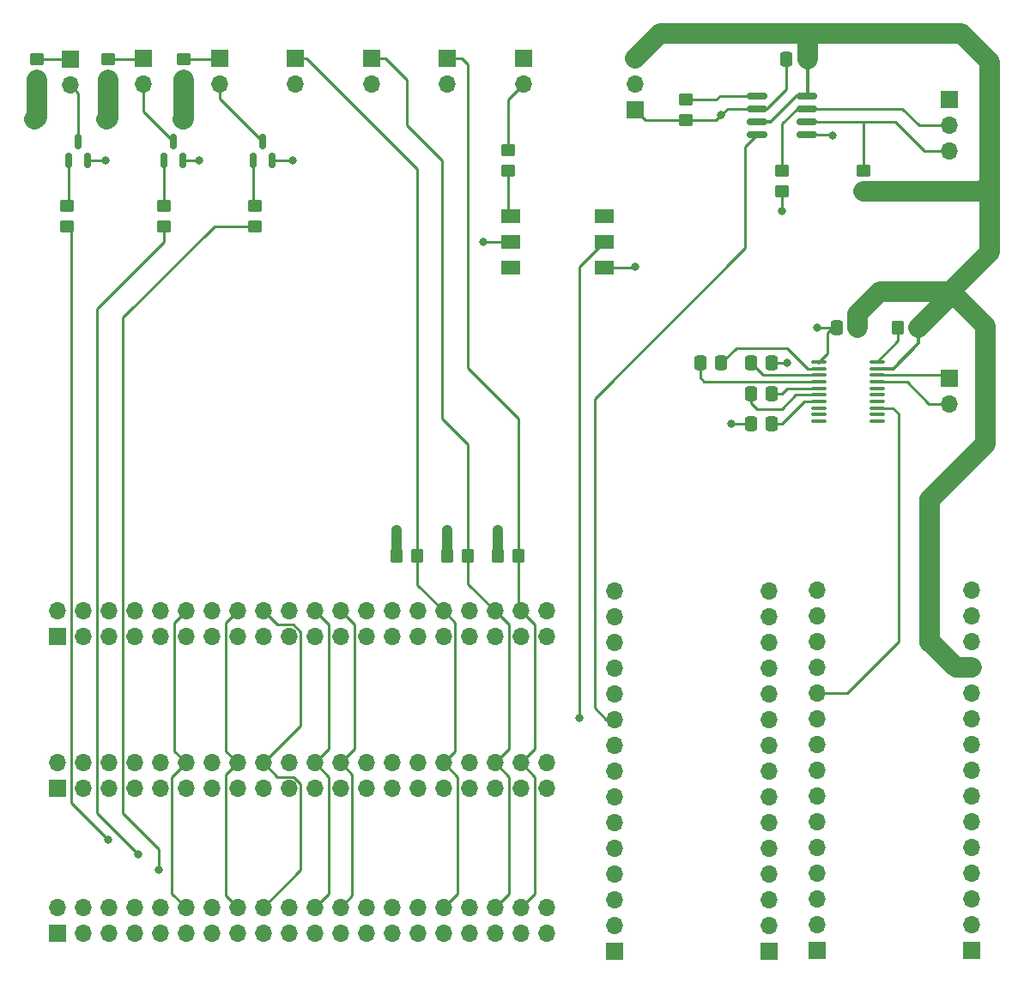
<source format=gtl>
%TF.GenerationSoftware,KiCad,Pcbnew,(5.99.0-11144-gea0c162604)*%
%TF.CreationDate,2021-09-15T06:49:40-05:00*%
%TF.ProjectId,The-Force-V2,5468652d-466f-4726-9365-2d56322e6b69,rev?*%
%TF.SameCoordinates,Original*%
%TF.FileFunction,Copper,L1,Top*%
%TF.FilePolarity,Positive*%
%FSLAX46Y46*%
G04 Gerber Fmt 4.6, Leading zero omitted, Abs format (unit mm)*
G04 Created by KiCad (PCBNEW (5.99.0-11144-gea0c162604)) date 2021-09-15 06:49:40*
%MOMM*%
%LPD*%
G01*
G04 APERTURE LIST*
G04 Aperture macros list*
%AMRoundRect*
0 Rectangle with rounded corners*
0 $1 Rounding radius*
0 $2 $3 $4 $5 $6 $7 $8 $9 X,Y pos of 4 corners*
0 Add a 4 corners polygon primitive as box body*
4,1,4,$2,$3,$4,$5,$6,$7,$8,$9,$2,$3,0*
0 Add four circle primitives for the rounded corners*
1,1,$1+$1,$2,$3*
1,1,$1+$1,$4,$5*
1,1,$1+$1,$6,$7*
1,1,$1+$1,$8,$9*
0 Add four rect primitives between the rounded corners*
20,1,$1+$1,$2,$3,$4,$5,0*
20,1,$1+$1,$4,$5,$6,$7,0*
20,1,$1+$1,$6,$7,$8,$9,0*
20,1,$1+$1,$8,$9,$2,$3,0*%
G04 Aperture macros list end*
%TA.AperFunction,SMDPad,CuDef*%
%ADD10RoundRect,0.250000X0.450000X-0.350000X0.450000X0.350000X-0.450000X0.350000X-0.450000X-0.350000X0*%
%TD*%
%TA.AperFunction,ComponentPad*%
%ADD11R,1.700000X1.700000*%
%TD*%
%TA.AperFunction,ComponentPad*%
%ADD12O,1.700000X1.700000*%
%TD*%
%TA.AperFunction,SMDPad,CuDef*%
%ADD13RoundRect,0.250000X-0.337500X-0.475000X0.337500X-0.475000X0.337500X0.475000X-0.337500X0.475000X0*%
%TD*%
%TA.AperFunction,SMDPad,CuDef*%
%ADD14RoundRect,0.250000X-0.450000X0.350000X-0.450000X-0.350000X0.450000X-0.350000X0.450000X0.350000X0*%
%TD*%
%TA.AperFunction,SMDPad,CuDef*%
%ADD15RoundRect,0.250000X0.337500X0.475000X-0.337500X0.475000X-0.337500X-0.475000X0.337500X-0.475000X0*%
%TD*%
%TA.AperFunction,SMDPad,CuDef*%
%ADD16RoundRect,0.250000X-0.350000X-0.450000X0.350000X-0.450000X0.350000X0.450000X-0.350000X0.450000X0*%
%TD*%
%TA.AperFunction,SMDPad,CuDef*%
%ADD17RoundRect,0.100000X-0.637500X-0.100000X0.637500X-0.100000X0.637500X0.100000X-0.637500X0.100000X0*%
%TD*%
%TA.AperFunction,SMDPad,CuDef*%
%ADD18RoundRect,0.250000X0.350000X0.450000X-0.350000X0.450000X-0.350000X-0.450000X0.350000X-0.450000X0*%
%TD*%
%TA.AperFunction,SMDPad,CuDef*%
%ADD19RoundRect,0.150000X0.150000X-0.587500X0.150000X0.587500X-0.150000X0.587500X-0.150000X-0.587500X0*%
%TD*%
%TA.AperFunction,SMDPad,CuDef*%
%ADD20RoundRect,0.150000X-0.825000X-0.150000X0.825000X-0.150000X0.825000X0.150000X-0.825000X0.150000X0*%
%TD*%
%TA.AperFunction,SMDPad,CuDef*%
%ADD21R,1.944599X1.345400*%
%TD*%
%TA.AperFunction,ViaPad*%
%ADD22C,0.800000*%
%TD*%
%TA.AperFunction,Conductor*%
%ADD23C,0.250000*%
%TD*%
%TA.AperFunction,Conductor*%
%ADD24C,2.000000*%
%TD*%
%TA.AperFunction,Conductor*%
%ADD25C,0.300000*%
%TD*%
%TA.AperFunction,Conductor*%
%ADD26C,1.000000*%
%TD*%
G04 APERTURE END LIST*
D10*
%TO.P,R5,1*%
%TO.N,+5V*%
X117500000Y-57000000D03*
%TO.P,R5,2*%
%TO.N,Net-(J13-Pad1)*%
X117500000Y-55000000D03*
%TD*%
D11*
%TO.P,J10,1,Pin_1*%
%TO.N,GND*%
X162000000Y-60000000D03*
D12*
%TO.P,J10,2,Pin_2*%
%TO.N,+12V*%
X162000000Y-57460000D03*
%TO.P,J10,3,Pin_3*%
%TO.N,+5V*%
X162000000Y-54920000D03*
%TD*%
D11*
%TO.P,J17,1,Pin_1*%
%TO.N,unconnected-(J17-Pad1)*%
X180000000Y-143000000D03*
D12*
%TO.P,J17,2,Pin_2*%
%TO.N,unconnected-(J17-Pad2)*%
X180000000Y-140460000D03*
%TO.P,J17,3,Pin_3*%
%TO.N,COMM_BIT_4*%
X180000000Y-137920000D03*
%TO.P,J17,4,Pin_4*%
%TO.N,COMM_BIT_3*%
X180000000Y-135380000D03*
%TO.P,J17,5,Pin_5*%
%TO.N,COMM_BIT_2*%
X180000000Y-132840000D03*
%TO.P,J17,6,Pin_6*%
%TO.N,COMM_BIT_1*%
X180000000Y-130300000D03*
%TO.P,J17,7,Pin_7*%
%TO.N,COMM_BIT_0*%
X180000000Y-127760000D03*
%TO.P,J17,8,Pin_8*%
%TO.N,unconnected-(J17-Pad8)*%
X180000000Y-125220000D03*
%TO.P,J17,9,Pin_9*%
%TO.N,unconnected-(J17-Pad9)*%
X180000000Y-122680000D03*
%TO.P,J17,10,Pin_10*%
%TO.N,DMX_DATA*%
X180000000Y-120140000D03*
%TO.P,J17,11,Pin_11*%
%TO.N,RS_232_DATA*%
X180000000Y-117600000D03*
%TO.P,J17,12,Pin_12*%
%TO.N,GND*%
X180000000Y-115060000D03*
%TO.P,J17,13,Pin_13*%
%TO.N,unconnected-(J17-Pad13)*%
X180000000Y-112520000D03*
%TO.P,J17,14,Pin_14*%
%TO.N,unconnected-(J17-Pad14)*%
X180000000Y-109980000D03*
%TO.P,J17,15,Pin_15*%
%TO.N,unconnected-(J17-Pad15)*%
X180000000Y-107440000D03*
%TD*%
D11*
%TO.P,J16,1,Pin_1*%
%TO.N,unconnected-(J16-Pad1)*%
X175240000Y-143020000D03*
D12*
%TO.P,J16,2,Pin_2*%
%TO.N,unconnected-(J16-Pad2)*%
X175240000Y-140480000D03*
%TO.P,J16,3,Pin_3*%
%TO.N,unconnected-(J16-Pad3)*%
X175240000Y-137940000D03*
%TO.P,J16,4,Pin_4*%
%TO.N,unconnected-(J16-Pad4)*%
X175240000Y-135400000D03*
%TO.P,J16,5,Pin_5*%
%TO.N,unconnected-(J16-Pad5)*%
X175240000Y-132860000D03*
%TO.P,J16,6,Pin_6*%
%TO.N,unconnected-(J16-Pad6)*%
X175240000Y-130320000D03*
%TO.P,J16,7,Pin_7*%
%TO.N,unconnected-(J16-Pad7)*%
X175240000Y-127780000D03*
%TO.P,J16,8,Pin_8*%
%TO.N,unconnected-(J16-Pad8)*%
X175240000Y-125240000D03*
%TO.P,J16,9,Pin_9*%
%TO.N,unconnected-(J16-Pad9)*%
X175240000Y-122700000D03*
%TO.P,J16,10,Pin_10*%
%TO.N,unconnected-(J16-Pad10)*%
X175240000Y-120160000D03*
%TO.P,J16,11,Pin_11*%
%TO.N,unconnected-(J16-Pad11)*%
X175240000Y-117620000D03*
%TO.P,J16,12,Pin_12*%
%TO.N,+5V*%
X175240000Y-115080000D03*
%TO.P,J16,13,Pin_13*%
%TO.N,unconnected-(J16-Pad13)*%
X175240000Y-112540000D03*
%TO.P,J16,14,Pin_14*%
%TO.N,GND*%
X175240000Y-110000000D03*
%TO.P,J16,15,Pin_15*%
%TO.N,unconnected-(J16-Pad15)*%
X175240000Y-107460000D03*
%TD*%
D13*
%TO.P,C1,1*%
%TO.N,GND*%
X176925000Y-55000000D03*
%TO.P,C1,2*%
%TO.N,+5V*%
X179000000Y-55000000D03*
%TD*%
D14*
%TO.P,R11,1*%
%TO.N,Net-(R11-Pad1)*%
X167000000Y-59000000D03*
%TO.P,R11,2*%
%TO.N,GND*%
X167000000Y-61000000D03*
%TD*%
D10*
%TO.P,R2,1*%
%TO.N,LED_ON*%
X106000000Y-71500000D03*
%TO.P,R2,2*%
%TO.N,Net-(Q1-Pad1)*%
X106000000Y-69500000D03*
%TD*%
D11*
%TO.P,J2,1,Pin_1*%
%TO.N,+3V3*%
X105000000Y-127000000D03*
D12*
%TO.P,J2,2,Pin_2*%
%TO.N,+5V*%
X105000000Y-124460000D03*
%TO.P,J2,3,Pin_3*%
%TO.N,unconnected-(J2-Pad3)*%
X107540000Y-127000000D03*
%TO.P,J2,4,Pin_4*%
%TO.N,+5V*%
X107540000Y-124460000D03*
%TO.P,J2,5,Pin_5*%
%TO.N,unconnected-(J2-Pad5)*%
X110080000Y-127000000D03*
%TO.P,J2,6,Pin_6*%
%TO.N,GND*%
X110080000Y-124460000D03*
%TO.P,J2,7,Pin_7*%
%TO.N,unconnected-(J2-Pad7)*%
X112620000Y-127000000D03*
%TO.P,J2,8,Pin_8*%
%TO.N,unconnected-(J2-Pad8)*%
X112620000Y-124460000D03*
%TO.P,J2,9,Pin_9*%
%TO.N,GND*%
X115160000Y-127000000D03*
%TO.P,J2,10,Pin_10*%
%TO.N,unconnected-(J2-Pad10)*%
X115160000Y-124460000D03*
%TO.P,J2,11,Pin_11*%
%TO.N,LED_ON*%
X117700000Y-127000000D03*
%TO.P,J2,12,Pin_12*%
%TO.N,COMM_BIT_0*%
X117700000Y-124460000D03*
%TO.P,J2,13,Pin_13*%
%TO.N,LED_PLAYING*%
X120240000Y-127000000D03*
%TO.P,J2,14,Pin_14*%
%TO.N,GND*%
X120240000Y-124460000D03*
%TO.P,J2,15,Pin_15*%
%TO.N,LED_MUTE*%
X122780000Y-127000000D03*
%TO.P,J2,16,Pin_16*%
%TO.N,COMM_BIT_1*%
X122780000Y-124460000D03*
%TO.P,J2,17,Pin_17*%
%TO.N,+3V3*%
X125320000Y-127000000D03*
%TO.P,J2,18,Pin_18*%
%TO.N,COMM_BIT_2*%
X125320000Y-124460000D03*
%TO.P,J2,19,Pin_19*%
%TO.N,unconnected-(J2-Pad19)*%
X127860000Y-127000000D03*
%TO.P,J2,20,Pin_20*%
%TO.N,GND*%
X127860000Y-124460000D03*
%TO.P,J2,21,Pin_21*%
%TO.N,unconnected-(J2-Pad21)*%
X130400000Y-127000000D03*
%TO.P,J2,22,Pin_22*%
%TO.N,COMM_BIT_3*%
X130400000Y-124460000D03*
%TO.P,J2,23,Pin_23*%
%TO.N,unconnected-(J2-Pad23)*%
X132940000Y-127000000D03*
%TO.P,J2,24,Pin_24*%
%TO.N,COMM_BIT_4*%
X132940000Y-124460000D03*
%TO.P,J2,25,Pin_25*%
%TO.N,GND*%
X135480000Y-127000000D03*
%TO.P,J2,26,Pin_26*%
%TO.N,unconnected-(J2-Pad26)*%
X135480000Y-124460000D03*
%TO.P,J2,27,Pin_27*%
%TO.N,unconnected-(J2-Pad27)*%
X138020000Y-127000000D03*
%TO.P,J2,28,Pin_28*%
%TO.N,unconnected-(J2-Pad28)*%
X138020000Y-124460000D03*
%TO.P,J2,29,Pin_29*%
%TO.N,unconnected-(J2-Pad29)*%
X140560000Y-127000000D03*
%TO.P,J2,30,Pin_30*%
%TO.N,GND*%
X140560000Y-124460000D03*
%TO.P,J2,31,Pin_31*%
X143100000Y-127000000D03*
%TO.P,J2,32,Pin_32*%
%TO.N,REBOOT*%
X143100000Y-124460000D03*
%TO.P,J2,33,Pin_33*%
%TO.N,unconnected-(J2-Pad33)*%
X145640000Y-127000000D03*
%TO.P,J2,34,Pin_34*%
%TO.N,GND*%
X145640000Y-124460000D03*
%TO.P,J2,35,Pin_35*%
%TO.N,unconnected-(J2-Pad35)*%
X148180000Y-127000000D03*
%TO.P,J2,36,Pin_36*%
%TO.N,SHUTDOWN*%
X148180000Y-124460000D03*
%TO.P,J2,37,Pin_37*%
%TO.N,START_BUTTON*%
X150720000Y-127000000D03*
%TO.P,J2,38,Pin_38*%
%TO.N,MUTE*%
X150720000Y-124460000D03*
%TO.P,J2,39,Pin_39*%
%TO.N,GND*%
X153260000Y-127000000D03*
%TO.P,J2,40,Pin_40*%
%TO.N,unconnected-(J2-Pad40)*%
X153260000Y-124460000D03*
%TD*%
D13*
%TO.P,C6,1*%
%TO.N,GND*%
X181900000Y-81500000D03*
%TO.P,C6,2*%
%TO.N,+5V*%
X183975000Y-81500000D03*
%TD*%
D11*
%TO.P,J8,1,Pin_1*%
%TO.N,SHUTDOWN*%
X136000000Y-54920000D03*
D12*
%TO.P,J8,2,Pin_2*%
%TO.N,GND*%
X136000000Y-57460000D03*
%TD*%
D10*
%TO.P,R3,1*%
%TO.N,+5V*%
X110000000Y-57000000D03*
%TO.P,R3,2*%
%TO.N,Net-(J12-Pad1)*%
X110000000Y-55000000D03*
%TD*%
%TO.P,R6,1*%
%TO.N,LED_MUTE*%
X124500000Y-71500000D03*
%TO.P,R6,2*%
%TO.N,Net-(Q3-Pad1)*%
X124500000Y-69500000D03*
%TD*%
D15*
%TO.P,C5,1*%
%TO.N,GND*%
X175500000Y-85000000D03*
%TO.P,C5,2*%
%TO.N,/DMX_RS232/V+*%
X173425000Y-85000000D03*
%TD*%
D16*
%TO.P,R9,1*%
%TO.N,+3V3*%
X143500000Y-104000000D03*
%TO.P,R9,2*%
%TO.N,SHUTDOWN*%
X145500000Y-104000000D03*
%TD*%
D11*
%TO.P,J3,1,Pin_1*%
%TO.N,+3V3*%
X105000000Y-112000000D03*
D12*
%TO.P,J3,2,Pin_2*%
%TO.N,+5V*%
X105000000Y-109460000D03*
%TO.P,J3,3,Pin_3*%
%TO.N,unconnected-(J3-Pad3)*%
X107540000Y-112000000D03*
%TO.P,J3,4,Pin_4*%
%TO.N,+5V*%
X107540000Y-109460000D03*
%TO.P,J3,5,Pin_5*%
%TO.N,unconnected-(J3-Pad5)*%
X110080000Y-112000000D03*
%TO.P,J3,6,Pin_6*%
%TO.N,GND*%
X110080000Y-109460000D03*
%TO.P,J3,7,Pin_7*%
%TO.N,unconnected-(J3-Pad7)*%
X112620000Y-112000000D03*
%TO.P,J3,8,Pin_8*%
%TO.N,unconnected-(J3-Pad8)*%
X112620000Y-109460000D03*
%TO.P,J3,9,Pin_9*%
%TO.N,GND*%
X115160000Y-112000000D03*
%TO.P,J3,10,Pin_10*%
%TO.N,unconnected-(J3-Pad10)*%
X115160000Y-109460000D03*
%TO.P,J3,11,Pin_11*%
%TO.N,unconnected-(J3-Pad11)*%
X117700000Y-112000000D03*
%TO.P,J3,12,Pin_12*%
%TO.N,COMM_BIT_0*%
X117700000Y-109460000D03*
%TO.P,J3,13,Pin_13*%
%TO.N,unconnected-(J3-Pad13)*%
X120240000Y-112000000D03*
%TO.P,J3,14,Pin_14*%
%TO.N,GND*%
X120240000Y-109460000D03*
%TO.P,J3,15,Pin_15*%
%TO.N,unconnected-(J3-Pad15)*%
X122780000Y-112000000D03*
%TO.P,J3,16,Pin_16*%
%TO.N,COMM_BIT_1*%
X122780000Y-109460000D03*
%TO.P,J3,17,Pin_17*%
%TO.N,+3V3*%
X125320000Y-112000000D03*
%TO.P,J3,18,Pin_18*%
%TO.N,COMM_BIT_2*%
X125320000Y-109460000D03*
%TO.P,J3,19,Pin_19*%
%TO.N,unconnected-(J3-Pad19)*%
X127860000Y-112000000D03*
%TO.P,J3,20,Pin_20*%
%TO.N,GND*%
X127860000Y-109460000D03*
%TO.P,J3,21,Pin_21*%
%TO.N,unconnected-(J3-Pad21)*%
X130400000Y-112000000D03*
%TO.P,J3,22,Pin_22*%
%TO.N,COMM_BIT_3*%
X130400000Y-109460000D03*
%TO.P,J3,23,Pin_23*%
%TO.N,unconnected-(J3-Pad23)*%
X132940000Y-112000000D03*
%TO.P,J3,24,Pin_24*%
%TO.N,COMM_BIT_4*%
X132940000Y-109460000D03*
%TO.P,J3,25,Pin_25*%
%TO.N,GND*%
X135480000Y-112000000D03*
%TO.P,J3,26,Pin_26*%
%TO.N,unconnected-(J3-Pad26)*%
X135480000Y-109460000D03*
%TO.P,J3,27,Pin_27*%
%TO.N,unconnected-(J3-Pad27)*%
X138020000Y-112000000D03*
%TO.P,J3,28,Pin_28*%
%TO.N,unconnected-(J3-Pad28)*%
X138020000Y-109460000D03*
%TO.P,J3,29,Pin_29*%
%TO.N,unconnected-(J3-Pad29)*%
X140560000Y-112000000D03*
%TO.P,J3,30,Pin_30*%
%TO.N,GND*%
X140560000Y-109460000D03*
%TO.P,J3,31,Pin_31*%
%TO.N,unconnected-(J3-Pad31)*%
X143100000Y-112000000D03*
%TO.P,J3,32,Pin_32*%
%TO.N,REBOOT*%
X143100000Y-109460000D03*
%TO.P,J3,33,Pin_33*%
%TO.N,GND*%
X145640000Y-112000000D03*
%TO.P,J3,34,Pin_34*%
X145640000Y-109460000D03*
%TO.P,J3,35,Pin_35*%
%TO.N,unconnected-(J3-Pad35)*%
X148180000Y-112000000D03*
%TO.P,J3,36,Pin_36*%
%TO.N,SHUTDOWN*%
X148180000Y-109460000D03*
%TO.P,J3,37,Pin_37*%
%TO.N,unconnected-(J3-Pad37)*%
X150720000Y-112000000D03*
%TO.P,J3,38,Pin_38*%
%TO.N,MUTE*%
X150720000Y-109460000D03*
%TO.P,J3,39,Pin_39*%
%TO.N,GND*%
X153260000Y-112000000D03*
%TO.P,J3,40,Pin_40*%
%TO.N,unconnected-(J3-Pad40)*%
X153260000Y-109460000D03*
%TD*%
D17*
%TO.P,U2,1,\u002AEN*%
%TO.N,GND*%
X180137500Y-84875000D03*
%TO.P,U2,2,C1+*%
%TO.N,Net-(C2-Pad2)*%
X180137500Y-85525000D03*
%TO.P,U2,3,V+*%
%TO.N,/DMX_RS232/V+*%
X180137500Y-86175000D03*
%TO.P,U2,4,C1-*%
%TO.N,Net-(C2-Pad1)*%
X180137500Y-86825000D03*
%TO.P,U2,5,C2+*%
%TO.N,Net-(C3-Pad2)*%
X180137500Y-87475000D03*
%TO.P,U2,6,C2-*%
%TO.N,Net-(C3-Pad1)*%
X180137500Y-88125000D03*
%TO.P,U2,7,V-*%
%TO.N,Net-(C4-Pad2)*%
X180137500Y-88775000D03*
%TO.P,U2,8,T2OUT*%
%TO.N,unconnected-(U2-Pad8)*%
X180137500Y-89425000D03*
%TO.P,U2,9,R2IN*%
%TO.N,unconnected-(U2-Pad9)*%
X180137500Y-90075000D03*
%TO.P,U2,10,R2OUT*%
%TO.N,unconnected-(U2-Pad10)*%
X180137500Y-90725000D03*
%TO.P,U2,11,NC*%
%TO.N,unconnected-(U2-Pad11)*%
X185862500Y-90725000D03*
%TO.P,U2,12,T2IN*%
%TO.N,unconnected-(U2-Pad12)*%
X185862500Y-90075000D03*
%TO.P,U2,13,T1IN*%
%TO.N,RS_232_DATA*%
X185862500Y-89425000D03*
%TO.P,U2,14,NC*%
%TO.N,unconnected-(U2-Pad14)*%
X185862500Y-88775000D03*
%TO.P,U2,15,R1OUT*%
%TO.N,unconnected-(U2-Pad15)*%
X185862500Y-88125000D03*
%TO.P,U2,16,R1IN*%
%TO.N,unconnected-(U2-Pad16)*%
X185862500Y-87475000D03*
%TO.P,U2,17,T1OUT*%
%TO.N,RS232_OUT*%
X185862500Y-86825000D03*
%TO.P,U2,18,GND*%
%TO.N,GND*%
X185862500Y-86175000D03*
%TO.P,U2,19,VCC*%
%TO.N,+5V*%
X185862500Y-85525000D03*
%TO.P,U2,20,\u002ASHDN*%
%TO.N,Net-(R12-Pad2)*%
X185862500Y-84875000D03*
%TD*%
D18*
%TO.P,R12,1*%
%TO.N,+5V*%
X189950000Y-81500000D03*
%TO.P,R12,2*%
%TO.N,Net-(R12-Pad2)*%
X187950000Y-81500000D03*
%TD*%
D10*
%TO.P,R4,1*%
%TO.N,LED_PLAYING*%
X115500000Y-71500000D03*
%TO.P,R4,2*%
%TO.N,Net-(Q2-Pad1)*%
X115500000Y-69500000D03*
%TD*%
D11*
%TO.P,J5,1,Pin_1*%
%TO.N,+12V*%
X151000000Y-54920000D03*
D12*
%TO.P,J5,2,Pin_2*%
%TO.N,Net-(J5-Pad2)*%
X151000000Y-57460000D03*
%TD*%
D11*
%TO.P,J13,1,Pin_1*%
%TO.N,Net-(J13-Pad1)*%
X121000000Y-54920000D03*
D12*
%TO.P,J13,2,Pin_2*%
%TO.N,Net-(J13-Pad2)*%
X121000000Y-57460000D03*
%TD*%
D13*
%TO.P,C2,1*%
%TO.N,Net-(C2-Pad1)*%
X168425000Y-85000000D03*
%TO.P,C2,2*%
%TO.N,Net-(C2-Pad2)*%
X170500000Y-85000000D03*
%TD*%
D19*
%TO.P,Q2,1,B*%
%TO.N,Net-(Q2-Pad1)*%
X115500000Y-65000000D03*
%TO.P,Q2,2,E*%
%TO.N,GND*%
X117400000Y-65000000D03*
%TO.P,Q2,3,C*%
%TO.N,Net-(J12-Pad2)*%
X116450000Y-63125000D03*
%TD*%
D11*
%TO.P,J9,1,Pin_1*%
%TO.N,MUTE*%
X143500000Y-54920000D03*
D12*
%TO.P,J9,2,Pin_2*%
%TO.N,GND*%
X143500000Y-57460000D03*
%TD*%
D10*
%TO.P,R1,1*%
%TO.N,+5V*%
X103000000Y-57000000D03*
%TO.P,R1,2*%
%TO.N,Net-(J11-Pad1)*%
X103000000Y-55000000D03*
%TD*%
D11*
%TO.P,J12,1,Pin_1*%
%TO.N,Net-(J12-Pad1)*%
X113500000Y-54920000D03*
D12*
%TO.P,J12,2,Pin_2*%
%TO.N,Net-(J12-Pad2)*%
X113500000Y-57460000D03*
%TD*%
D11*
%TO.P,J15,1,Pin_1*%
%TO.N,unconnected-(J15-Pad1)*%
X160000000Y-143020000D03*
D12*
%TO.P,J15,2,Pin_2*%
%TO.N,unconnected-(J15-Pad2)*%
X160000000Y-140480000D03*
%TO.P,J15,3,Pin_3*%
%TO.N,COMM_BIT_4*%
X160000000Y-137940000D03*
%TO.P,J15,4,Pin_4*%
%TO.N,COMM_BIT_3*%
X160000000Y-135400000D03*
%TO.P,J15,5,Pin_5*%
%TO.N,COMM_BIT_2*%
X160000000Y-132860000D03*
%TO.P,J15,6,Pin_6*%
%TO.N,COMM_BIT_1*%
X160000000Y-130320000D03*
%TO.P,J15,7,Pin_7*%
%TO.N,COMM_BIT_0*%
X160000000Y-127780000D03*
%TO.P,J15,8,Pin_8*%
%TO.N,unconnected-(J15-Pad8)*%
X160000000Y-125240000D03*
%TO.P,J15,9,Pin_9*%
%TO.N,unconnected-(J15-Pad9)*%
X160000000Y-122700000D03*
%TO.P,J15,10,Pin_10*%
%TO.N,DMX_DATA*%
X160000000Y-120160000D03*
%TO.P,J15,11,Pin_11*%
%TO.N,RS_232_DATA*%
X160000000Y-117620000D03*
%TO.P,J15,12,Pin_12*%
%TO.N,GND*%
X160000000Y-115080000D03*
%TO.P,J15,13,Pin_13*%
%TO.N,unconnected-(J15-Pad13)*%
X160000000Y-112540000D03*
%TO.P,J15,14,Pin_14*%
%TO.N,unconnected-(J15-Pad14)*%
X160000000Y-110000000D03*
%TO.P,J15,15,Pin_15*%
%TO.N,unconnected-(J15-Pad15)*%
X160000000Y-107460000D03*
%TD*%
D11*
%TO.P,J4,1*%
%TO.N,GND*%
X193000000Y-59000000D03*
D12*
%TO.P,J4,2*%
%TO.N,DMXB*%
X193000000Y-61540000D03*
%TO.P,J4,3*%
%TO.N,DMXA*%
X193000000Y-64080000D03*
%TD*%
D19*
%TO.P,Q3,1,B*%
%TO.N,Net-(Q3-Pad1)*%
X124300000Y-65000000D03*
%TO.P,Q3,2,E*%
%TO.N,GND*%
X126200000Y-65000000D03*
%TO.P,Q3,3,C*%
%TO.N,Net-(J13-Pad2)*%
X125250000Y-63125000D03*
%TD*%
D13*
%TO.P,C3,1*%
%TO.N,Net-(C3-Pad1)*%
X173425000Y-88000000D03*
%TO.P,C3,2*%
%TO.N,Net-(C3-Pad2)*%
X175500000Y-88000000D03*
%TD*%
D11*
%TO.P,J1,1,Pin_1*%
%TO.N,+3V3*%
X105000000Y-141275000D03*
D12*
%TO.P,J1,2,Pin_2*%
%TO.N,+5V*%
X105000000Y-138735000D03*
%TO.P,J1,3,Pin_3*%
%TO.N,unconnected-(J1-Pad3)*%
X107540000Y-141275000D03*
%TO.P,J1,4,Pin_4*%
%TO.N,+5V*%
X107540000Y-138735000D03*
%TO.P,J1,5,Pin_5*%
%TO.N,unconnected-(J1-Pad5)*%
X110080000Y-141275000D03*
%TO.P,J1,6,Pin_6*%
%TO.N,GND*%
X110080000Y-138735000D03*
%TO.P,J1,7,Pin_7*%
%TO.N,unconnected-(J1-Pad7)*%
X112620000Y-141275000D03*
%TO.P,J1,8,Pin_8*%
%TO.N,unconnected-(J1-Pad8)*%
X112620000Y-138735000D03*
%TO.P,J1,9,Pin_9*%
%TO.N,GND*%
X115160000Y-141275000D03*
%TO.P,J1,10,Pin_10*%
%TO.N,unconnected-(J1-Pad10)*%
X115160000Y-138735000D03*
%TO.P,J1,11,Pin_11*%
%TO.N,unconnected-(J1-Pad11)*%
X117700000Y-141275000D03*
%TO.P,J1,12,Pin_12*%
%TO.N,COMM_BIT_0*%
X117700000Y-138735000D03*
%TO.P,J1,13,Pin_13*%
%TO.N,unconnected-(J1-Pad13)*%
X120240000Y-141275000D03*
%TO.P,J1,14,Pin_14*%
%TO.N,GND*%
X120240000Y-138735000D03*
%TO.P,J1,15,Pin_15*%
%TO.N,unconnected-(J1-Pad15)*%
X122780000Y-141275000D03*
%TO.P,J1,16,Pin_16*%
%TO.N,COMM_BIT_1*%
X122780000Y-138735000D03*
%TO.P,J1,17,Pin_17*%
%TO.N,+3V3*%
X125320000Y-141275000D03*
%TO.P,J1,18,Pin_18*%
%TO.N,COMM_BIT_2*%
X125320000Y-138735000D03*
%TO.P,J1,19,Pin_19*%
%TO.N,unconnected-(J1-Pad19)*%
X127860000Y-141275000D03*
%TO.P,J1,20,Pin_20*%
%TO.N,GND*%
X127860000Y-138735000D03*
%TO.P,J1,21,Pin_21*%
%TO.N,unconnected-(J1-Pad21)*%
X130400000Y-141275000D03*
%TO.P,J1,22,Pin_22*%
%TO.N,COMM_BIT_3*%
X130400000Y-138735000D03*
%TO.P,J1,23,Pin_23*%
%TO.N,unconnected-(J1-Pad23)*%
X132940000Y-141275000D03*
%TO.P,J1,24,Pin_24*%
%TO.N,COMM_BIT_4*%
X132940000Y-138735000D03*
%TO.P,J1,25,Pin_25*%
%TO.N,GND*%
X135480000Y-141275000D03*
%TO.P,J1,26,Pin_26*%
%TO.N,unconnected-(J1-Pad26)*%
X135480000Y-138735000D03*
%TO.P,J1,27,Pin_27*%
%TO.N,unconnected-(J1-Pad27)*%
X138020000Y-141275000D03*
%TO.P,J1,28,Pin_28*%
%TO.N,unconnected-(J1-Pad28)*%
X138020000Y-138735000D03*
%TO.P,J1,29,Pin_29*%
%TO.N,GND*%
X140560000Y-141275000D03*
%TO.P,J1,30,Pin_30*%
X140560000Y-138735000D03*
%TO.P,J1,31,Pin_31*%
%TO.N,unconnected-(J1-Pad31)*%
X143100000Y-141275000D03*
%TO.P,J1,32,Pin_32*%
%TO.N,REBOOT*%
X143100000Y-138735000D03*
%TO.P,J1,33,Pin_33*%
%TO.N,unconnected-(J1-Pad33)*%
X145640000Y-141275000D03*
%TO.P,J1,34,Pin_34*%
%TO.N,GND*%
X145640000Y-138735000D03*
%TO.P,J1,35,Pin_35*%
%TO.N,unconnected-(J1-Pad35)*%
X148180000Y-141275000D03*
%TO.P,J1,36,Pin_36*%
%TO.N,SHUTDOWN*%
X148180000Y-138735000D03*
%TO.P,J1,37,Pin_37*%
%TO.N,unconnected-(J1-Pad37)*%
X150720000Y-141275000D03*
%TO.P,J1,38,Pin_38*%
%TO.N,MUTE*%
X150720000Y-138735000D03*
%TO.P,J1,39,Pin_39*%
%TO.N,GND*%
X153260000Y-141275000D03*
%TO.P,J1,40,Pin_40*%
%TO.N,unconnected-(J1-Pad40)*%
X153260000Y-138735000D03*
%TD*%
D14*
%TO.P,R14,1*%
%TO.N,DMXB*%
X176500000Y-66000000D03*
%TO.P,R14,2*%
%TO.N,GND*%
X176500000Y-68000000D03*
%TD*%
D20*
%TO.P,U1,1,R*%
%TO.N,Net-(R11-Pad1)*%
X174025000Y-58595000D03*
%TO.P,U1,2,\u002ARE*%
%TO.N,GND*%
X174025000Y-59865000D03*
%TO.P,U1,3,DE*%
%TO.N,+5V*%
X174025000Y-61135000D03*
%TO.P,U1,4,D*%
%TO.N,DMX_DATA*%
X174025000Y-62405000D03*
%TO.P,U1,5,GND*%
%TO.N,GND*%
X178975000Y-62405000D03*
%TO.P,U1,6,A*%
%TO.N,DMXA*%
X178975000Y-61135000D03*
%TO.P,U1,7,B*%
%TO.N,DMXB*%
X178975000Y-59865000D03*
%TO.P,U1,8,VCC*%
%TO.N,+5V*%
X178975000Y-58595000D03*
%TD*%
D16*
%TO.P,R8,1*%
%TO.N,+3V3*%
X138500000Y-104000000D03*
%TO.P,R8,2*%
%TO.N,REBOOT*%
X140500000Y-104000000D03*
%TD*%
%TO.P,R10,1*%
%TO.N,+3V3*%
X148500000Y-104000000D03*
%TO.P,R10,2*%
%TO.N,MUTE*%
X150500000Y-104000000D03*
%TD*%
D19*
%TO.P,Q1,1,B*%
%TO.N,Net-(Q1-Pad1)*%
X106100000Y-65000000D03*
%TO.P,Q1,2,E*%
%TO.N,GND*%
X108000000Y-65000000D03*
%TO.P,Q1,3,C*%
%TO.N,Net-(J11-Pad2)*%
X107050000Y-63125000D03*
%TD*%
D11*
%TO.P,J7,1,Pin_1*%
%TO.N,REBOOT*%
X128500000Y-54920000D03*
D12*
%TO.P,J7,2,Pin_2*%
%TO.N,GND*%
X128500000Y-57460000D03*
%TD*%
D11*
%TO.P,J6,1,Pin_1*%
%TO.N,GND*%
X193000000Y-86460000D03*
D12*
%TO.P,J6,2,Pin_2*%
%TO.N,RS232_OUT*%
X193000000Y-89000000D03*
%TD*%
D13*
%TO.P,C4,1*%
%TO.N,GND*%
X173425000Y-91000000D03*
%TO.P,C4,2*%
%TO.N,Net-(C4-Pad2)*%
X175500000Y-91000000D03*
%TD*%
D14*
%TO.P,R7,1*%
%TO.N,Net-(J5-Pad2)*%
X149500000Y-64000000D03*
%TO.P,R7,2*%
%TO.N,Net-(R7-Pad2)*%
X149500000Y-66000000D03*
%TD*%
D11*
%TO.P,J14,1,Pin_1*%
%TO.N,unconnected-(J14-Pad1)*%
X195240000Y-142970000D03*
D12*
%TO.P,J14,2,Pin_2*%
%TO.N,unconnected-(J14-Pad2)*%
X195240000Y-140430000D03*
%TO.P,J14,3,Pin_3*%
%TO.N,unconnected-(J14-Pad3)*%
X195240000Y-137890000D03*
%TO.P,J14,4,Pin_4*%
%TO.N,unconnected-(J14-Pad4)*%
X195240000Y-135350000D03*
%TO.P,J14,5,Pin_5*%
%TO.N,unconnected-(J14-Pad5)*%
X195240000Y-132810000D03*
%TO.P,J14,6,Pin_6*%
%TO.N,unconnected-(J14-Pad6)*%
X195240000Y-130270000D03*
%TO.P,J14,7,Pin_7*%
%TO.N,unconnected-(J14-Pad7)*%
X195240000Y-127730000D03*
%TO.P,J14,8,Pin_8*%
%TO.N,unconnected-(J14-Pad8)*%
X195240000Y-125190000D03*
%TO.P,J14,9,Pin_9*%
%TO.N,unconnected-(J14-Pad9)*%
X195240000Y-122650000D03*
%TO.P,J14,10,Pin_10*%
%TO.N,unconnected-(J14-Pad10)*%
X195240000Y-120110000D03*
%TO.P,J14,11,Pin_11*%
%TO.N,unconnected-(J14-Pad11)*%
X195240000Y-117570000D03*
%TO.P,J14,12,Pin_12*%
%TO.N,+5V*%
X195240000Y-115030000D03*
%TO.P,J14,13,Pin_13*%
%TO.N,unconnected-(J14-Pad13)*%
X195240000Y-112490000D03*
%TO.P,J14,14,Pin_14*%
%TO.N,GND*%
X195240000Y-109950000D03*
%TO.P,J14,15,Pin_15*%
%TO.N,unconnected-(J14-Pad15)*%
X195240000Y-107410000D03*
%TD*%
D11*
%TO.P,J11,1,Pin_1*%
%TO.N,Net-(J11-Pad1)*%
X106270000Y-55027500D03*
D12*
%TO.P,J11,2,Pin_2*%
%TO.N,Net-(J11-Pad2)*%
X106270000Y-57567500D03*
%TD*%
D14*
%TO.P,R13,1*%
%TO.N,DMXA*%
X184500000Y-66000000D03*
%TO.P,R13,2*%
%TO.N,+5V*%
X184500000Y-68000000D03*
%TD*%
D21*
%TO.P,TR1,1,1*%
%TO.N,Net-(R7-Pad2)*%
X149779800Y-70460000D03*
%TO.P,TR1,2,2*%
%TO.N,GND*%
X149779800Y-73000000D03*
%TO.P,TR1,3,3*%
%TO.N,unconnected-(TR1-Pad3)*%
X149779800Y-75540000D03*
%TO.P,TR1,4,4*%
%TO.N,GND*%
X159000000Y-75540000D03*
%TO.P,TR1,5,5*%
%TO.N,START_BUTTON*%
X159000000Y-73000000D03*
%TO.P,TR1,6,6*%
%TO.N,unconnected-(TR1-Pad6)*%
X159000000Y-70460000D03*
%TD*%
D22*
%TO.N,GND*%
X147000000Y-73000000D03*
X170500000Y-60500000D03*
X109800000Y-65000000D03*
X180000000Y-81500000D03*
X181500000Y-62500000D03*
X177000000Y-85000000D03*
X119000000Y-65000000D03*
X171500000Y-91000000D03*
X128200000Y-65000000D03*
X176500000Y-70000000D03*
X162000000Y-75500000D03*
%TO.N,+5V*%
X117440000Y-60950000D03*
X109880000Y-60950000D03*
X191080000Y-98470000D03*
X102770000Y-60950000D03*
%TO.N,+3V3*%
X143500000Y-101500000D03*
X138500000Y-101500000D03*
X148500000Y-101500000D03*
%TO.N,LED_ON*%
X110000000Y-132000000D03*
%TO.N,LED_PLAYING*%
X113000000Y-133500000D03*
%TO.N,LED_MUTE*%
X115000000Y-135000000D03*
%TO.N,START_BUTTON*%
X156500000Y-120000000D03*
%TD*%
D23*
%TO.N,GND*%
X171135000Y-59865000D02*
X174025000Y-59865000D01*
X173425000Y-91000000D02*
X171500000Y-91000000D01*
X170500000Y-60500000D02*
X171135000Y-59865000D01*
X181900000Y-81500000D02*
X180000000Y-81500000D01*
X181405000Y-62405000D02*
X181500000Y-62500000D01*
X167000000Y-61000000D02*
X170000000Y-61000000D01*
X192715000Y-86175000D02*
X193000000Y-86460000D01*
X117400000Y-65000000D02*
X119000000Y-65000000D01*
X167000000Y-61000000D02*
X163000000Y-61000000D01*
X163000000Y-61000000D02*
X162000000Y-60000000D01*
X176925000Y-55000000D02*
X176925000Y-57940000D01*
X126200000Y-65000000D02*
X128200000Y-65000000D01*
X161960000Y-75540000D02*
X162000000Y-75500000D01*
X178975000Y-62405000D02*
X181405000Y-62405000D01*
X108000000Y-65000000D02*
X109800000Y-65000000D01*
X149779800Y-73000000D02*
X147000000Y-73000000D01*
X175000000Y-59865000D02*
X174025000Y-59865000D01*
X170000000Y-61000000D02*
X170500000Y-60500000D01*
X176500000Y-68000000D02*
X176500000Y-70000000D01*
X180137500Y-84875000D02*
X181000000Y-84012500D01*
X181000000Y-84012500D02*
X181000000Y-82000000D01*
X181500000Y-81500000D02*
X181900000Y-81500000D01*
X175500000Y-85000000D02*
X177000000Y-85000000D01*
X185862500Y-86175000D02*
X192715000Y-86175000D01*
X159000000Y-75540000D02*
X161960000Y-75540000D01*
X176925000Y-57940000D02*
X175000000Y-59865000D01*
X181000000Y-82000000D02*
X181500000Y-81500000D01*
X180012500Y-85000000D02*
X180137500Y-84875000D01*
%TO.N,RS_232_DATA*%
X182920000Y-117580000D02*
X180000000Y-117580000D01*
X188000000Y-90000000D02*
X188000000Y-112500000D01*
X187425000Y-89425000D02*
X188000000Y-90000000D01*
X188000000Y-112500000D02*
X182920000Y-117580000D01*
X185862500Y-89425000D02*
X187425000Y-89425000D01*
%TO.N,DMX_DATA*%
X172840000Y-63590000D02*
X172840000Y-73660000D01*
X158000000Y-119000000D02*
X159160000Y-120160000D01*
X172840000Y-73660000D02*
X158000000Y-88500000D01*
X174025000Y-62405000D02*
X172840000Y-63590000D01*
X159160000Y-120160000D02*
X160000000Y-120160000D01*
X158000000Y-88500000D02*
X158000000Y-119000000D01*
%TO.N,COMM_BIT_0*%
X117700000Y-124460000D02*
X116334511Y-125825489D01*
X116334511Y-137369511D02*
X117700000Y-138735000D01*
X116525489Y-123285489D02*
X117700000Y-124460000D01*
X116334511Y-125825489D02*
X116334511Y-137369511D01*
X116525489Y-110634511D02*
X116525489Y-123285489D01*
X117700000Y-109460000D02*
X116525489Y-110634511D01*
%TO.N,COMM_BIT_1*%
X121605489Y-137560489D02*
X122780000Y-138735000D01*
X121605489Y-123285489D02*
X122780000Y-124460000D01*
X122780000Y-109460000D02*
X121605489Y-110634511D01*
X121605489Y-125634511D02*
X121605489Y-137560489D01*
X121605489Y-110634511D02*
X121605489Y-123285489D01*
X122780000Y-124460000D02*
X121605489Y-125634511D01*
%TO.N,COMM_BIT_2*%
X126685489Y-110825489D02*
X128346499Y-110825489D01*
X128346499Y-125825489D02*
X129034511Y-126513501D01*
X128346499Y-110825489D02*
X129034511Y-111513501D01*
X126685489Y-125825489D02*
X128346499Y-125825489D01*
X129034511Y-111513501D02*
X129034511Y-120745489D01*
X129034511Y-135020489D02*
X125320000Y-138735000D01*
X129034511Y-126513501D02*
X129034511Y-135020489D01*
X125320000Y-109460000D02*
X126685489Y-110825489D01*
X129034511Y-120745489D02*
X125320000Y-124460000D01*
X125320000Y-124460000D02*
X126685489Y-125825489D01*
D24*
%TO.N,+5V*%
X103000000Y-57000000D02*
X103000000Y-60720000D01*
X117500000Y-57000000D02*
X117500000Y-60890000D01*
X103000000Y-60720000D02*
X102770000Y-60950000D01*
X193500000Y-77500000D02*
X193500000Y-78300000D01*
D23*
X189950000Y-80800000D02*
X189950000Y-81500000D01*
D24*
X183975000Y-80129538D02*
X183975000Y-81500000D01*
X194180000Y-52470000D02*
X196970000Y-55260000D01*
D25*
X189950000Y-82950000D02*
X189950000Y-81500000D01*
D24*
X110000000Y-60830000D02*
X109880000Y-60950000D01*
X193500000Y-77500000D02*
X193500000Y-77950000D01*
X179010000Y-53150000D02*
X178330000Y-52470000D01*
X164450000Y-52470000D02*
X162000000Y-54920000D01*
X193660000Y-115030000D02*
X195240000Y-115030000D01*
X193500000Y-78300000D02*
X196540000Y-81340000D01*
X196970000Y-55260000D02*
X196970000Y-67300000D01*
X191180000Y-112550000D02*
X193660000Y-115030000D01*
X178330000Y-52470000D02*
X164450000Y-52470000D01*
D25*
X175365000Y-61135000D02*
X177905000Y-58595000D01*
X174025000Y-61135000D02*
X175365000Y-61135000D01*
X177905000Y-58595000D02*
X178975000Y-58595000D01*
D24*
X179000000Y-54205498D02*
X179010000Y-54195498D01*
D25*
X187475000Y-85525000D02*
X190000000Y-83000000D01*
D24*
X179000000Y-55000000D02*
X179000000Y-54205498D01*
D25*
X185862500Y-85525000D02*
X187475000Y-85525000D01*
D24*
X196540000Y-93010000D02*
X191080000Y-98470000D01*
X193500000Y-77950000D02*
X189950000Y-81500000D01*
X110000000Y-57000000D02*
X110000000Y-60830000D01*
X193500000Y-77950000D02*
X186154538Y-77950000D01*
X186154538Y-77950000D02*
X183975000Y-80129538D01*
X117500000Y-60890000D02*
X117440000Y-60950000D01*
D25*
X179000000Y-58570000D02*
X178975000Y-58595000D01*
D24*
X191080000Y-98470000D02*
X191080000Y-112550000D01*
D23*
X190000000Y-80750000D02*
X189950000Y-80800000D01*
D24*
X196270000Y-68000000D02*
X196970000Y-67300000D01*
X191080000Y-112550000D02*
X191180000Y-112550000D01*
X196970000Y-74030000D02*
X193500000Y-77500000D01*
D25*
X179000000Y-55000000D02*
X179000000Y-58570000D01*
D24*
X184500000Y-68000000D02*
X196270000Y-68000000D01*
X178330000Y-52470000D02*
X194180000Y-52470000D01*
D25*
X190000000Y-83000000D02*
X189950000Y-82950000D01*
D24*
X179010000Y-54195498D02*
X179010000Y-53150000D01*
X196970000Y-67300000D02*
X196970000Y-74030000D01*
X196540000Y-81340000D02*
X196540000Y-93010000D01*
D23*
%TO.N,COMM_BIT_3*%
X131765489Y-110825489D02*
X131765489Y-123094511D01*
X130400000Y-109460000D02*
X131765489Y-110825489D01*
X131765489Y-137369511D02*
X130400000Y-138735000D01*
X130400000Y-124460000D02*
X131765489Y-125825489D01*
X131765489Y-123094511D02*
X130400000Y-124460000D01*
X131765489Y-125825489D02*
X131765489Y-137369511D01*
%TO.N,COMM_BIT_4*%
X132940000Y-124460000D02*
X134114511Y-125634511D01*
X132940000Y-109460000D02*
X134305489Y-110825489D01*
X134114511Y-137560489D02*
X132940000Y-138735000D01*
X134114511Y-125634511D02*
X134114511Y-137560489D01*
X134305489Y-123094511D02*
X132940000Y-124460000D01*
X134305489Y-110825489D02*
X134305489Y-123094511D01*
D26*
%TO.N,+3V3*%
X138500000Y-104000000D02*
X138500000Y-101500000D01*
X143500000Y-104000000D02*
X143500000Y-101500000D01*
X148500000Y-104000000D02*
X148500000Y-101500000D01*
D23*
%TO.N,REBOOT*%
X143100000Y-124460000D02*
X144465489Y-125825489D01*
X140500000Y-100500000D02*
X140500000Y-106860000D01*
X129600000Y-54920000D02*
X140500000Y-65820000D01*
X140500000Y-106860000D02*
X143100000Y-109460000D01*
X143100000Y-109460000D02*
X144274511Y-110634511D01*
X144274511Y-110634511D02*
X144274511Y-123285489D01*
X144274511Y-123285489D02*
X143100000Y-124460000D01*
X144465489Y-137369511D02*
X143100000Y-138735000D01*
X140500000Y-65820000D02*
X140500000Y-100500000D01*
X128500000Y-54920000D02*
X129600000Y-54920000D01*
X144465489Y-125825489D02*
X144465489Y-137369511D01*
%TO.N,SHUTDOWN*%
X143000000Y-65000000D02*
X143000000Y-90500000D01*
X149545489Y-125825489D02*
X149545489Y-137369511D01*
X145500000Y-106780000D02*
X148180000Y-109460000D01*
X148180000Y-124460000D02*
X149545489Y-125825489D01*
X148180000Y-109460000D02*
X149545489Y-110825489D01*
X137420000Y-54920000D02*
X139500000Y-57000000D01*
X149545489Y-123094511D02*
X148180000Y-124460000D01*
X145500000Y-93000000D02*
X145500000Y-100500000D01*
X145500000Y-100500000D02*
X145500000Y-106780000D01*
X139500000Y-57000000D02*
X139500000Y-61500000D01*
X143000000Y-90500000D02*
X145500000Y-93000000D01*
X136000000Y-54920000D02*
X137420000Y-54920000D01*
X149545489Y-110825489D02*
X149545489Y-123094511D01*
X149545489Y-137369511D02*
X148180000Y-138735000D01*
X139500000Y-61500000D02*
X143000000Y-65000000D01*
%TO.N,MUTE*%
X152085489Y-123094511D02*
X150720000Y-124460000D01*
X150500000Y-109240000D02*
X150720000Y-109460000D01*
X152085489Y-110825489D02*
X152085489Y-123094511D01*
X145500000Y-55500000D02*
X145500000Y-85500000D01*
X150720000Y-109460000D02*
X152085489Y-110825489D01*
X150720000Y-124460000D02*
X152085489Y-125825489D01*
X152085489Y-137369511D02*
X150720000Y-138735000D01*
X152085489Y-125825489D02*
X152085489Y-137369511D01*
X144920000Y-54920000D02*
X145500000Y-55500000D01*
X143500000Y-54920000D02*
X144920000Y-54920000D01*
X150500000Y-90500000D02*
X150500000Y-100500000D01*
X150500000Y-100500000D02*
X150500000Y-109240000D01*
X145500000Y-85500000D02*
X150500000Y-90500000D01*
%TO.N,LED_ON*%
X106000000Y-71500000D02*
X106365489Y-71865489D01*
X106365489Y-71865489D02*
X106365489Y-128365489D01*
X106365489Y-128365489D02*
X110000000Y-132000000D01*
%TO.N,LED_PLAYING*%
X115500000Y-73000000D02*
X115500000Y-71500000D01*
X108905489Y-129405489D02*
X108905489Y-79594511D01*
X108905489Y-79594511D02*
X115500000Y-73000000D01*
X108905489Y-129405489D02*
X113000000Y-133500000D01*
%TO.N,LED_MUTE*%
X124500000Y-71500000D02*
X120500000Y-71500000D01*
X111445489Y-80554511D02*
X111445489Y-129445489D01*
X111500000Y-80500000D02*
X111445489Y-80554511D01*
X120500000Y-71500000D02*
X111500000Y-80500000D01*
X115000000Y-133000000D02*
X115000000Y-135000000D01*
X111445489Y-129445489D02*
X115000000Y-133000000D01*
%TO.N,DMXB*%
X190040000Y-61540000D02*
X193000000Y-61540000D01*
X178000000Y-59865000D02*
X176500000Y-61365000D01*
X188365000Y-59865000D02*
X190040000Y-61540000D01*
X178975000Y-59865000D02*
X188365000Y-59865000D01*
X178975000Y-59865000D02*
X178000000Y-59865000D01*
X176500000Y-61365000D02*
X176500000Y-66000000D01*
%TO.N,DMXA*%
X190580000Y-64080000D02*
X193000000Y-64080000D01*
X184500000Y-66000000D02*
X184500000Y-61270000D01*
X184500000Y-61270000D02*
X184365000Y-61135000D01*
X178975000Y-61135000D02*
X184365000Y-61135000D01*
X184365000Y-61135000D02*
X187635000Y-61135000D01*
X187635000Y-61135000D02*
X190580000Y-64080000D01*
%TO.N,Net-(J5-Pad2)*%
X149500000Y-64000000D02*
X149500000Y-58960000D01*
X149500000Y-58960000D02*
X151000000Y-57460000D01*
%TO.N,RS232_OUT*%
X185862500Y-86825000D02*
X188825000Y-86825000D01*
X191000000Y-89000000D02*
X193000000Y-89000000D01*
X188825000Y-86825000D02*
X191000000Y-89000000D01*
%TO.N,Net-(J11-Pad1)*%
X106242500Y-55000000D02*
X106270000Y-55027500D01*
X103000000Y-55000000D02*
X106242500Y-55000000D01*
%TO.N,Net-(J11-Pad2)*%
X107050000Y-58347500D02*
X106270000Y-57567500D01*
X107050000Y-63125000D02*
X107050000Y-58347500D01*
%TO.N,Net-(J12-Pad1)*%
X113420000Y-55000000D02*
X113500000Y-54920000D01*
X110000000Y-55000000D02*
X113420000Y-55000000D01*
%TO.N,Net-(J12-Pad2)*%
X113500000Y-57460000D02*
X113500000Y-60175000D01*
X113500000Y-60175000D02*
X116450000Y-63125000D01*
%TO.N,Net-(J13-Pad1)*%
X117500000Y-55000000D02*
X120920000Y-55000000D01*
X120920000Y-55000000D02*
X121000000Y-54920000D01*
%TO.N,Net-(J13-Pad2)*%
X121000000Y-57460000D02*
X121000000Y-58875000D01*
X121000000Y-58875000D02*
X125250000Y-63125000D01*
%TO.N,Net-(R7-Pad2)*%
X149500000Y-66000000D02*
X149500000Y-70180200D01*
X149500000Y-70180200D02*
X149779800Y-70460000D01*
%TO.N,START_BUTTON*%
X159000000Y-73000000D02*
X156500000Y-75500000D01*
X156500000Y-75500000D02*
X156500000Y-120000000D01*
%TO.N,Net-(R11-Pad1)*%
X167000000Y-59000000D02*
X170000000Y-59000000D01*
X170000000Y-59000000D02*
X170405000Y-58595000D01*
X170405000Y-58595000D02*
X174025000Y-58595000D01*
%TO.N,Net-(C2-Pad2)*%
X177000000Y-83500000D02*
X172000000Y-83500000D01*
X179025000Y-85525000D02*
X177000000Y-83500000D01*
X172000000Y-83500000D02*
X170500000Y-85000000D01*
X180137500Y-85525000D02*
X179025000Y-85525000D01*
%TO.N,/DMX_RS232/V+*%
X174600000Y-86175000D02*
X173425000Y-85000000D01*
X180137500Y-86175000D02*
X174600000Y-86175000D01*
%TO.N,Net-(C2-Pad1)*%
X168825000Y-86825000D02*
X168425000Y-86425000D01*
X168425000Y-86425000D02*
X168425000Y-85000000D01*
X180137500Y-86825000D02*
X168825000Y-86825000D01*
%TO.N,Net-(C3-Pad2)*%
X177025000Y-87475000D02*
X180137500Y-87475000D01*
X175500000Y-88000000D02*
X176500000Y-88000000D01*
X176500000Y-88000000D02*
X177025000Y-87475000D01*
%TO.N,Net-(C3-Pad1)*%
X180137500Y-88125000D02*
X177875000Y-88125000D01*
X173425000Y-88925000D02*
X173425000Y-88000000D01*
X174000000Y-89500000D02*
X173425000Y-88925000D01*
X176500000Y-89500000D02*
X174000000Y-89500000D01*
X177875000Y-88125000D02*
X176500000Y-89500000D01*
%TO.N,Net-(C4-Pad2)*%
X176500000Y-91000000D02*
X178725000Y-88775000D01*
X175500000Y-91000000D02*
X176500000Y-91000000D01*
X178725000Y-88775000D02*
X180137500Y-88775000D01*
%TO.N,Net-(R12-Pad2)*%
X185862500Y-84875000D02*
X187950000Y-82787500D01*
X187950000Y-82787500D02*
X187950000Y-81500000D01*
%TO.N,Net-(Q1-Pad1)*%
X106100000Y-69400000D02*
X106000000Y-69500000D01*
X106100000Y-65000000D02*
X106100000Y-69400000D01*
%TO.N,Net-(Q2-Pad1)*%
X115540000Y-69460000D02*
X115500000Y-69500000D01*
X115500000Y-65000000D02*
X115500000Y-69500000D01*
%TO.N,Net-(Q3-Pad1)*%
X124300000Y-69300000D02*
X124500000Y-69500000D01*
X124300000Y-65000000D02*
X124300000Y-69300000D01*
X124270000Y-69270000D02*
X124500000Y-69500000D01*
%TD*%
M02*

</source>
